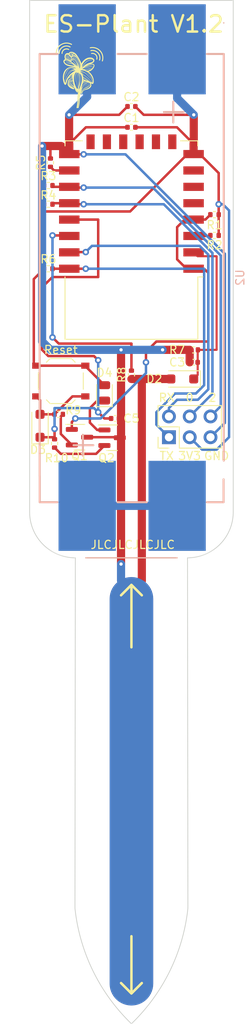
<source format=kicad_pcb>
(kicad_pcb (version 20221018) (generator pcbnew)
  (layers (0 "F.Cu" signal) (31 "B.Cu" signal) (34 "B.Paste" user) (35 "F.Paste" user) (36 "B.SilkS" user "B.Silkscreen") (37 "F.SilkS" user "F.Silkscreen") (38 "B.Mask" user) (39 "F.Mask" user) (44 "Edge.Cuts" user))
  (net 0 "")
  (net 1 "Net-(U1-EN)")
  (net 5 "+3.3V")
  (net 12 "GND")
  (net 13 "/SensorCapV")
  (net 14 "Net-(D3-A)")
  (net 15 "Net-(D4-K)")
  (net 16 "Net-(Q1-B)")
  (net 17 "Net-(Q2-B)")
  (net 18 "/GPIO0")
  (net 19 "/TX")
  (net 20 "/GPIO2")
  (net 21 "/RX")
  (net 22 "/AD0")
  (net 23 "/GPIO4")
  (net 24 "/RST")
  (net 25 "/GPIO15")
  (net 26 "/GPIO5")
  (net 27 "Net-(U2-+-Pad3)")
  (footprint "CustomFootprints:SW_Push_1P1T_XKB_TS-1187A" (layer "F.Cu") (at 141.35 84.662)
    (fp_text reference "SW1" hide)
    (fp_text value "Reset")
    (pad "1" smd rect (at -3 -1.875) (size 1 0.75) (layers "F.Cu" "F.Paste" "F.Mask") (net 5 "+3.3V"))
    (pad "1" smd rect (at 3 -1.875) (size 1 0.75) (layers "F.Cu" "F.Paste" "F.Mask") (net 5 "+3.3V"))
    (pad "2" smd rect (at -3 1.875) (size 1 0.75) (layers "F.Cu" "F.Paste" "F.Mask") (net 14 "Net-(D3-A)"))
    (pad "2" smd rect (at 3 1.875) (size 1 0.75) (layers "F.Cu" "F.Paste" "F.Mask") (net 14 "Net-(D3-A)"))
  )
  (footprint "Package_TO_SOT_SMD:SOT-23" (layer "F.Cu") (at 147.6215 91.586)
    (fp_text reference "Q2" (at -0.6835 2.474) (layer "F.SilkS"))
    (fp_text value "NPN")
    (pad "1" smd roundrect (at -0.9375 -0.95) (size 1.475 0.6) (layers "F.Cu" "F.Paste" "F.Mask") (net 15 "Net-(D4-K)"))
    (pad "2" smd roundrect (at -0.9375 0.95) (size 1.475 0.6) (layers "F.Cu" "F.Paste" "F.Mask") (net 17 "Net-(Q2-B)"))
    (pad "3" smd roundrect (at 0.9375 0) (size 1.475 0.6) (layers "F.Cu" "F.Paste" "F.Mask") (net 12 "GND"))
  )
  (footprint "Resistor_SMD:R_0402_1005Metric" (layer "F.Cu") (at 140.588 92.282 -90)
    (fp_text reference "R10" (at 1.778 -0.254 -180) (layer "F.SilkS"))
    (fp_text value "100k")
    (pad "1" smd roundrect (at -0.51 0 270) (size 0.54 0.64) (layers "F.Cu" "F.Paste" "F.Mask") (net 23 "/GPIO4"))
    (pad "2" smd roundrect (at 0.51 0 270) (size 0.54 0.64) (layers "F.Cu" "F.Paste" "F.Mask") (net 17 "Net-(Q2-B)"))
  )
  (footprint "LOGO" (layer "F.Cu") (at 143.636 47.324)
    (fp_text reference "G***" hide)
    (fp_text value "LOGO" hide)
  )
  (footprint "RF_Module:ESP-12E" (layer "F.Cu") (at 149.986 67.446 180)
    (fp_text reference "U1" hide)
    (fp_text value "ESP-12F")
    (pad "1" smd rect (at -7.6 -3.5 180) (size 2.5 1) (layers "F.Cu" "F.Paste" "F.Mask") (net 24 "/RST"))
    (pad "2" smd rect (at -7.6 -1.5 180) (size 2.5 1) (layers "F.Cu" "F.Paste" "F.Mask") (net 22 "/AD0"))
    (pad "3" smd rect (at -7.6 0.5 180) (size 2.5 1) (layers "F.Cu" "F.Paste" "F.Mask") (net 1 "Net-(U1-EN)"))
    (pad "4" smd rect (at -7.6 2.5 180) (size 2.5 1) (layers "F.Cu" "F.Paste" "F.Mask") (net 24 "/RST"))
    (pad "5" smd rect (at -7.6 4.5 180) (size 2.5 1) (layers "F.Cu" "F.Paste" "F.Mask"))
    (pad "6" smd rect (at -7.6 6.5 180) (size 2.5 1) (layers "F.Cu" "F.Paste" "F.Mask"))
    (pad "7" smd rect (at -7.6 8.5 180) (size 2.5 1) (layers "F.Cu" "F.Paste" "F.Mask"))
    (pad "8" smd rect (at -7.6 10.5 180) (size 2.5 1) (layers "F.Cu" "F.Paste" "F.Mask") (net 5 "+3.3V"))
    (pad "9" smd rect (at -5 12 180) (size 1 1.8) (layers "F.Cu" "F.Paste" "F.Mask"))
    (pad "10" smd rect (at -3 12 180) (size 1 1.8) (layers "F.Cu" "F.Paste" "F.Mask"))
    (pad "11" smd rect (at -1 12 180) (size 1 1.8) (layers "F.Cu" "F.Paste" "F.Mask"))
    (pad "12" smd rect (at 1 12 180) (size 1 1.8) (layers "F.Cu" "F.Paste" "F.Mask"))
    (pad "13" smd rect (at 3 12 180) (size 1 1.8) (layers "F.Cu" "F.Paste" "F.Mask"))
    (pad "14" smd rect (at 5 12 180) (size 1 1.8) (layers "F.Cu" "F.Paste" "F.Mask"))
    (pad "15" smd rect (at 7.6 10.5 180) (size 2.5 1) (layers "F.Cu" "F.Paste" "F.Mask") (net 12 "GND"))
    (pad "16" smd rect (at 7.6 8.5 180) (size 2.5 1) (layers "F.Cu" "F.Paste" "F.Mask") (net 25 "/GPIO15"))
    (pad "17" smd rect (at 7.6 6.5 180) (size 2.5 1) (layers "F.Cu" "F.Paste" "F.Mask") (net 20 "/GPIO2"))
    (pad "18" smd rect (at 7.6 4.5 180) (size 2.5 1) (layers "F.Cu" "F.Paste" "F.Mask") (net 18 "/GPIO0"))
    (pad "19" smd rect (at 7.6 2.5 180) (size 2.5 1) (layers "F.Cu" "F.Paste" "F.Mask") (net 23 "/GPIO4"))
    (pad "20" smd rect (at 7.6 0.5 180) (size 2.5 1) (layers "F.Cu" "F.Paste" "F.Mask") (net 26 "/GPIO5"))
    (pad "21" smd rect (at 7.6 -1.5 180) (size 2.5 1) (layers "F.Cu" "F.Paste" "F.Mask") (net 21 "/RX"))
    (pad "22" smd rect (at 7.6 -3.5 180) (size 2.5 1) (layers "F.Cu" "F.Paste" "F.Mask") (net 19 "/TX"))
    (zone (net 0) (net_name "") (layers "*.Cu") (connect_pads (clearance 0)) (min_thickness 0.254)
      (keepout (tracks not_allowed) (vias not_allowed) (pads not_allowed) (copperpour not_allowed) (footprints not_allowed))
      (fill (thermal_gap 0.508) (thermal_bridge_width 0.508))
      (polygon (pts (xy 158.106 72.246) (xy 141.866 72.246) (xy 141.866 79.566) (xy 158.106 79.566)))
    )
  )
  (footprint "Resistor_SMD:R_0402_1005Metric" (layer "F.Cu") (at 139.826 60.786)
    (fp_text reference "R3" (at 0 -1.17) (layer "F.SilkS"))
    (fp_text value "10k")
    (pad "1" smd roundrect (at -0.51 0) (size 0.54 0.64) (layers "F.Cu" "F.Paste" "F.Mask") (net 5 "+3.3V"))
    (pad "2" smd roundrect (at 0.51 0) (size 0.54 0.64) (layers "F.Cu" "F.Paste" "F.Mask") (net 20 "/GPIO2"))
  )
  (footprint "Resistor_SMD:R_0402_1005Metric" (layer "F.Cu") (at 141.094 88.726)
    (fp_text reference "R9" (at 1.78 -0.508) (layer "F.SilkS"))
    (fp_text value "5.1k")
    (pad "1" smd roundrect (at -0.51 0) (size 0.54 0.64) (layers "F.Cu" "F.Paste" "F.Mask") (net 14 "Net-(D3-A)"))
    (pad "2" smd roundrect (at 0.51 0) (size 0.54 0.64) (layers "F.Cu" "F.Paste" "F.Mask") (net 16 "Net-(Q1-B)"))
  )
  (footprint "Resistor_SMD:R_0402_1005Metric" (layer "F.Cu") (at 157.606 80.852)
    (fp_text reference "R7" (at -2.032 0) (layer "F.SilkS"))
    (fp_text value "1M")
    (pad "1" smd roundrect (at -0.51 0) (size 0.54 0.64) (layers "F.Cu" "F.Paste" "F.Mask") (net 12 "GND"))
    (pad "2" smd roundrect (at 0.51 0) (size 0.54 0.64) (layers "F.Cu" "F.Paste" "F.Mask") (net 22 "/AD0"))
  )
  (footprint "Capacitor_SMD:C_0402_1005Metric" (layer "F.Cu") (at 157.606 82.376)
    (fp_text reference "C3" (at -2.032 0) (layer "F.SilkS"))
    (fp_text value "1uF")
    (pad "1" smd roundrect (at -0.48 0) (size 0.56 0.62) (layers "F.Cu" "F.Paste" "F.Mask") (net 12 "GND"))
    (pad "2" smd roundrect (at 0.48 0) (size 0.56 0.62) (layers "F.Cu" "F.Paste" "F.Mask") (net 22 "/AD0"))
  )
  (footprint "Capacitor_SMD:C_0402_1005Metric" (layer "F.Cu") (at 149.986 51.134)
    (fp_text reference "C2" (at 0 -1.16) (layer "F.SilkS"))
    (fp_text value "10uF")
    (pad "1" smd roundrect (at -0.48 0) (size 0.56 0.62) (layers "F.Cu" "F.Paste" "F.Mask") (net 12 "GND"))
    (pad "2" smd roundrect (at 0.48 0) (size 0.56 0.62) (layers "F.Cu" "F.Paste" "F.Mask") (net 5 "+3.3V"))
  )
  (footprint "Resistor_SMD:R_0402_1005Metric" (layer "F.Cu") (at 140.08 57.994 90)
    (fp_text reference "R5" (at 0 -1.17 90) (layer "F.SilkS"))
    (fp_text value "10k")
    (pad "1" smd roundrect (at -0.51 0 90) (size 0.54 0.64) (layers "F.Cu" "F.Paste" "F.Mask") (net 25 "/GPIO15"))
    (pad "2" smd roundrect (at 0.51 0 90) (size 0.54 0.64) (layers "F.Cu" "F.Paste" "F.Mask") (net 12 "GND"))
  )
  (footprint "Resistor_SMD:R_0402_1005Metric" (layer "F.Cu") (at 149.986 83.902 90)
    (fp_text reference "R8" (at 0 -1.17 90) (layer "F.SilkS"))
    (fp_text value "10k")
    (pad "1" smd roundrect (at -0.51 0 90) (size 0.54 0.64) (layers "F.Cu" "F.Paste" "F.Mask") (net 13 "/SensorCapV"))
    (pad "2" smd roundrect (at 0.51 0 90) (size 0.54 0.64) (layers "F.Cu" "F.Paste" "F.Mask") (net 26 "/GPIO5"))
  )
  (footprint "Diode_SMD:D_SOD-123F" (layer "F.Cu") (at 156.206 84.408 180)
    (fp_text reference "D2" (at 3.426 0) (layer "F.SilkS"))
    (fp_text value "~")
    (pad "1" smd roundrect (at -1.4 0 180) (size 1.1 1.1) (layers "F.Cu" "F.Paste" "F.Mask") (roundrect_rratio 0.2272727273) (net 22 "/AD0"))
    (pad "2" smd roundrect (at 1.4 0 180) (size 1.1 1.1) (layers "F.Cu" "F.Paste" "F.Mask") (roundrect_rratio 0.2272727273) (net 13 "/SensorCapV"))
  )
  (footprint "Connector_PinHeader_2.54mm:PinHeader_2x03_P2.54mm_Vertical" (layer "F.Cu") (at 154.573 91.525 90)
    (fp_text reference "J2" hide)
    (fp_text value "Programmer")
    (pad "1" thru_hole rect (at 0 0 90) (size 1.7 1.7) (drill 1) (layers "*.Cu" "*.Mask") (net 19 "/TX"))
    (pad "2" thru_hole oval (at 2.54 0 90) (size 1.7 1.7) (drill 1) (layers "*.Cu" "*.Mask") (net 21 "/RX"))
    (pad "3" thru_hole oval (at 0 2.54 90) (size 1.7 1.7) (drill 1) (layers "*.Cu" "*.Mask") (net 5 "+3.3V"))
    (pad "4" thru_hole oval (at 2.54 2.54 90) (size 1.7 1.7) (drill 1) (layers "*.Cu" "*.Mask") (net 18 "/GPIO0"))
    (pad "5" thru_hole oval (at 0 5.08 90) (size 1.7 1.7) (drill 1) (layers "*.Cu" "*.Mask") (net 12 "GND"))
    (pad "6" thru_hole oval (at 2.54 5.08 90) (size 1.7 1.7) (drill 1) (layers "*.Cu" "*.Mask") (net 20 "/GPIO2"))
  )
  (footprint "Resistor_SMD:R_0402_1005Metric" (layer "F.Cu") (at 160.148 64.342 180)
    (fp_text reference "R1" (at 0.002 -1.27 180) (layer "F.SilkS"))
    (fp_text value "10k")
    (pad "1" smd roundrect (at -0.51 0 180) (size 0.54 0.64) (layers "F.Cu" "F.Paste" "F.Mask") (net 5 "+3.3V"))
    (pad "2" smd roundrect (at 0.51 0 180) (size 0.54 0.64) (layers "F.Cu" "F.Paste" "F.Mask") (net 24 "/RST"))
  )
  (footprint "LED_SMD:LED_0805_2012Metric" (layer "F.Cu") (at 146.684 86.1075 90)
    (fp_text reference "D4" (at 2.4615 0 180) (layer "F.SilkS"))
    (fp_text value "GREEN")
    (pad "1" smd roundrect (at -0.9375 0 90) (size 0.975 1.4) (layers "F.Cu" "F.Paste" "F.Mask") (net 15 "Net-(D4-K)"))
    (pad "2" smd roundrect (at 0.9375 0 90) (size 0.975 1.4) (layers "F.Cu" "F.Paste" "F.Mask") (net 5 "+3.3V"))
  )
  (footprint "Resistor_SMD:R_0402_1005Metric" (layer "F.Cu") (at 160.148 66.882 180)
    (fp_text reference "R2" (at 0 -1.17) (layer "F.SilkS"))
    (fp_text value "10k")
    (pad "1" smd roundrect (at -0.51 0 180) (size 0.54 0.64) (layers "F.Cu" "F.Paste" "F.Mask") (net 5 "+3.3V"))
    (pad "2" smd roundrect (at 0.51 0 180) (size 0.54 0.64) (layers "F.Cu" "F.Paste" "F.Mask") (net 1 "Net-(U1-EN)"))
  )
  (footprint "Capacitor_SMD:C_0402_1005Metric" (layer "F.Cu") (at 149.986 53.674)
    (fp_text reference "C1" (at 0 -1.16) (layer "F.SilkS"))
    (fp_text value "100nF")
    (pad "1" smd roundrect (at -0.48 0) (size 0.56 0.62) (layers "F.Cu" "F.Paste" "F.Mask") (net 12 "GND"))
    (pad "2" smd roundrect (at 0.48 0) (size 0.56 0.62) (layers "F.Cu" "F.Paste" "F.Mask") (net 5 "+3.3V"))
  )
  (footprint "Resistor_SMD:R_0402_1005Metric" (layer "F.Cu") (at 139.824 70.946)
    (fp_text reference "R6" (at 0 -1.17) (layer "F.SilkS"))
    (fp_text value "10k")
    (pad "1" smd roundrect (at -0.51 0) (size 0.54 0.64) (layers "F.Cu" "F.Paste" "F.Mask") (net 5 "+3.3V"))
    (pad "2" smd roundrect (at 0.51 0) (size 0.54 0.64) (layers "F.Cu" "F.Paste" "F.Mask") (net 19 "/TX"))
  )
  (footprint "Capacitor_SMD:C_0402_1005Metric" (layer "F.Cu") (at 147.982 89.234)
    (fp_text reference "C5" (at 2.004 0) (layer "F.SilkS"))
    (fp_text value "10uF")
    (pad "1" smd roundrect (at -0.48 0) (size 0.56 0.62) (layers "F.Cu" "F.Paste" "F.Mask") (net 23 "/GPIO4"))
    (pad "2" smd roundrect (at 0.48 0) (size 0.56 0.62) (layers "F.Cu" "F.Paste" "F.Mask") (net 12 "GND"))
  )
  (footprint "Resistor_SMD:R_0402_1005Metric" (layer "F.Cu") (at 139.824 63.072)
    (fp_text reference "R4" (at -0.004 -1.098) (layer "F.SilkS"))
    (fp_text value "10k")
    (pad "1" smd roundrect (at -0.51 0) (size 0.54 0.64) (layers "F.Cu" "F.Paste" "F.Mask") (net 5 "+3.3V"))
    (pad "2" smd roundrect (at 0.51 0) (size 0.54 0.64) (layers "F.Cu" "F.Paste" "F.Mask") (net 18 "/GPIO0"))
  )
  (footprint "Diode_SMD:D_SOD-123F" (layer "F.Cu") (at 138.81 90.126 90)
    (fp_text reference "D3" (at -2.918 -0.254 180) (layer "F.SilkS"))
    (fp_text value "~")
    (pad "1" smd roundrect (at -1.4 0 90) (size 1.1 1.1) (layers "F.Cu" "F.Paste" "F.Mask") (roundrect_rratio 0.2272727273) (net 23 "/GPIO4"))
    (pad "2" smd roundrect (at 1.4 0 90) (size 1.1 1.1) (layers "F.Cu" "F.Paste" "F.Mask") (roundrect_rratio 0.2272727273) (net 14 "Net-(D3-A)"))
  )
  (footprint "Package_TO_SOT_SMD:SOT-23" (layer "F.Cu") (at 143.636 91.52)
    (fp_text reference "Q1" (at 0 2.286) (layer "F.SilkS"))
    (fp_text value "NPN")
    (pad "1" smd roundrect (at -0.9375 -0.95) (size 1.475 0.6) (layers "F.Cu" "F.Paste" "F.Mask") (net 24 "/RST"))
    (pad "2" smd roundrect (at -0.9375 0.95) (size 1.475 0.6) (layers "F.Cu" "F.Paste" "F.Mask") (net 16 "Net-(Q1-B)"))
    (pad "3" smd roundrect (at 0.9375 0) (size 1.475 0.6) (layers "F.Cu" "F.Paste" "F.Mask") (net 12 "GND"))
  )
  (footprint "CustomFootprints:BAT-SMD_BH-AAA-B5AA001" (layer "B.Cu") (at 150.074 72.026968 90)
    (fp_text reference "U2" (at 0 13.2 90) (layer "B.SilkS") (effects (justify mirror)))
    (fp_text value "BH-AAA-B5AK001")
    (pad "" np_thru_hole circle (at -23.450089 10.450013 90) (size 1.900025 1.900025) (drill 1.900025) (layers "*.Cu" "*.Mask"))
    (pad "1" smd rect (at 27.875032 5.5 90) (size 11.000025 7.000025) (layers "B.Cu" "B.Paste" "B.Mask") (net 5 "+3.3V"))
    (pad "2" smd rect (at -27.875032 5.5 90) (size 11.000025 7.000025) (layers "B.Cu" "B.Paste" "B.Mask") (net 27 "Net-(U2-+-Pad3)"))
    (pad "3" smd rect (at -27.875032 -5.5 90) (size 11.000025 7.000025) (layers "B.Cu" "B.Paste" "B.Mask") (net 27 "Net-(U2-+-Pad3)"))
    (pad "4" smd rect (at 27.875032 -5.5 90) (size 11.000025 7.000025) (layers "B.Cu" "B.Paste" "B.Mask") (net 12 "GND"))
  )
  (gr_line (start 144.398 106.252) (end 155.574 106.252) (stroke (width 0.15)) (layer "B.SilkS"))
  (gr_line (start 144.398 106.252) (end 155.574 106.252) (stroke (width 0.15)) (layer "F.SilkS"))
  (gr_line (start 149.986 152.464) (end 149.986 159.449) (stroke (width 0.3048)) (layer "F.SilkS"))
  (gr_line (start 149.986 117.174) (end 149.986 109.554) (stroke (width 0.3048)) (layer "F.SilkS"))
  (gr_line (start 149.986 109.554) (end 148.716 110.824) (stroke (width 0.3048)) (layer "F.SilkS"))
  (gr_line (start 149.986 159.449) (end 148.716 158.179) (stroke (width 0.3048)) (layer "F.SilkS"))
  (gr_line (start 149.986 109.554) (end 151.256 110.824) (stroke (width 0.3048)) (layer "F.SilkS"))
  (gr_line (start 149.986 159.449) (end 151.256 158.179) (stroke (width 0.3048)) (layer "F.SilkS"))
  (gr_arc (start 143.128 106.252) (mid 139.176687 104.615313) (end 137.54 100.664) (stroke (width 0.1)) (layer "Edge.Cuts"))
  (gr_line (start 137.54 38.18) (end 137.54 100.664) (stroke (width 0.1)) (layer "Edge.Cuts"))
  (gr_arc (start 156.89058 149.048819) (mid 154.68133 156.707145) (end 149.986 163.148) (stroke (width 0.1)) (layer "Edge.Cuts"))
  (gr_arc (start 149.986 163.148) (mid 145.290679 156.707142) (end 143.08142 149.048819) (stroke (width 0.1)) (layer "Edge.Cuts"))
  (gr_line (start 162.432 38.18) (end 137.54 38.18) (stroke (width 0.1)) (layer "Edge.Cuts"))
  (gr_arc (start 162.432 100.664) (mid 160.795313 104.615313) (end 156.844 106.252) (stroke (width 0.1)) (layer "Edge.Cuts"))
  (gr_line (start 156.89058 149.048819) (end 156.844 106.252) (stroke (width 0.1)) (layer "Edge.Cuts"))
  (gr_line (start 162.432 38.18) (end 162.432 100.664) (stroke (width 0.1)) (layer "Edge.Cuts"))
  (gr_line (start 143.08142 149.048819) (end 143.128 106.252) (stroke (width 0.1)) (layer "Edge.Cuts"))
  (gr_text "RX" (at 154.304 86.694) (layer "F.SilkS") (effects (font (size 1 1))))
  (gr_text "0" (at 157.098 86.694) (layer "F.SilkS") (effects (font (size 1 1))))
  (gr_text "TX" (at 154.304 93.806) (layer "F.SilkS") (effects (font (size 1 1))))
  (gr_text "ES-Plant V1.2" (at 139.064 42.244) (layer "F.SilkS") (effects (font (size 2 2) (thickness 0.3)) (justify left bottom)))
  (gr_text "JLCJLCJLCJLC" (at 144.906 105.236) (layer "F.SilkS") (effects (font (size 1 1)) (justify left bottom)))
  (gr_text "3V3" (at 157.098 93.806) (layer "F.SilkS") (effects (font (size 1 1))))
  (gr_text "2" (at 159.892 86.694) (layer "F.SilkS") (effects (font (size 1 1))))
  (gr_text "GND" (at 160.4 93.806) (layer "F.SilkS") (effects (font (size 1 1))))
  (gr_text "Reset" (at 141.35 80.852) (layer "F.SilkS") (effects (font (size 1 1))))
  (segment (start 159.574 66.946) (end 159.638 66.882) (width 0.3) (layer "F.Cu") (net 1))
  (segment (start 157.586 66.946) (end 159.574 66.946) (width 0.3) (layer "F.Cu") (net 1))
  (segment (start 157.606 52.15) (end 157.606 55.686) (width 1) (layer "F.Cu") (net 5))
  (segment (start 139.314 63.834) (end 139.434 63.954) (width 0.3) (layer "F.Cu") (net 5))
  (segment (start 160.654 64.846) (end 160.658 64.85) (width 0.3) (layer "F.Cu") (net 5))
  (segment (start 139.314 63.072) (end 139.314 63.834) (width 0.3) (layer "F.Cu") (net 5))
  (segment (start 158.338 56.946) (end 157.586 56.946) (width 0.3) (layer "F.Cu") (net 5))
  (segment (start 155.554 53.674) (end 157.586 55.706) (width 0.3) (layer "F.Cu") (net 5))
  (segment (start 149.828 63.954) (end 156.836 56.946) (width 0.3) (layer "F.Cu") (net 5))
  (segment (start 160.654 63.072) (end 160.654 59.262) (width 0.3) (layer "F.Cu") (net 5))
  (segment (start 150.466 53.674) (end 155.554 53.674) (width 0.3) (layer "F.Cu") (net 5))
  (segment (start 139.434 63.954) (end 149.828 63.954) (width 0.3) (layer "F.Cu") (net 5))
  (segment (start 144.35 82.787) (end 138.35 82.787) (width 0.3) (layer "F.Cu") (net 5))
  (segment (start 144.35 82.836) (end 144.35 82.787) (width 0.3) (layer "F.Cu") (net 5))
  (segment (start 138.048 72.212) (end 139.314 70.946) (width 0.3) (layer "F.Cu") (net 5))
  (segment (start 138.35 82.787) (end 138.048 82.485) (width 0.3) (layer "F.Cu") (net 5))
  (segment (start 139.314 63.834) (end 139.314 70.946) (width 0.3) (layer "F.Cu") (net 5))
  (segment (start 139.314 61.04) (end 139.314 63.072) (width 0.3) (layer "F.Cu") (net 5))
  (segment (start 151.482 52.15) (end 157.606 52.15) (width 0.3) (layer "F.Cu") (net 5))
  (segment (start 160.658 64.85) (end 160.658 66.882) (width 0.3) (layer "F.Cu") (net 5))
  (segment (start 160.654 63.072) (end 160.654 64.846) (width 0.3) (layer "F.Cu") (net 5))
  (segment (start 138.048 82.485) (end 138.048 72.212) (width 0.3) (layer "F.Cu") (net 5))
  (segment (start 160.654 59.262) (end 158.338 56.946) (width 0.3) (layer "F.Cu") (net 5))
  (segment (start 146.684 85.17) (end 144.35 82.836) (width 0.3) (layer "F.Cu") (net 5))
  (segment (start 157.606 55.686) (end 157.586 55.706) (width 1) (layer "F.Cu") (net 5))
  (segment (start 156.836 56.946) (end 157.586 56.946) (width 0.3) (layer "F.Cu") (net 5))
  (segment (start 157.586 55.706) (end 157.586 56.946) (width 1) (layer "F.Cu") (net 5))
  (segment (start 150.466 51.134) (end 151.482 52.15) (width 0.3) (layer "F.Cu") (net 5))
  (via (at 157.606 52.15) (size 0.8) (drill 0.4) (layers "F.Cu" "B.Cu") (net 5))
  (via (at 160.654 63.072) (size 0.8) (drill 0.4) (layers "F.Cu" "B.Cu") (net 5))
  (segment (start 155.574 50.118) (end 157.606 52.15) (width 1) (layer "B.Cu") (net 5))
  (segment (start 155.574 44.151936) (end 155.574 50.118) (width 1) (layer "B.Cu") (net 5))
  (segment (start 158.632 93.044) (end 157.113 91.525) (width 0.3) (layer "B.Cu") (net 5))
  (segment (start 160.654 63.072) (end 161.162 63.072) (width 0.3) (layer "B.Cu") (net 5))
  (segment (start 160.4 93.044) (end 158.632 93.044) (width 0.3) (layer "B.Cu") (net 5))
  (segment (start 161.924 63.834) (end 161.924 91.52) (width 0.3) (layer "B.Cu") (net 5))
  (segment (start 161.162 63.072) (end 161.924 63.834) (width 0.3) (layer "B.Cu") (net 5))
  (segment (start 161.924 91.52) (end 160.4 93.044) (width 0.3) (layer "B.Cu") (net 5))
  (segment (start 140.08 57.484) (end 140.08 56.214) (width 0.3) (layer "F.Cu") (net 12))
  (segment (start 153.796 80.852) (end 157.096 80.852) (width 1) (layer "F.Cu") (net 12))
  (segment (start 141.4 55.96) (end 142.386 56.946) (width 1) (layer "F.Cu") (net 12))
  (segment (start 148.49 52.15) (end 142.366 52.15) (width 0.3) (layer "F.Cu") (net 12))
  (segment (start 139.826 55.96) (end 141.4 55.96) (width 1) (layer "F.Cu") (net 12))
  (segment (start 144.418 53.674) (end 142.386 55.706) (width 0.3) (layer "F.Cu") (net 12))
  (segment (start 144.144 56.976) (end 142.416 56.976) (width 0.3) (layer "F.Cu") (net 12))
  (segment (start 140.08 56.214) (end 139.826 55.96) (width 0.3) (layer "F.Cu") (net 12))
  (segment (start 142.416 56.976) (end 142.386 56.946) (width 0.3) (layer "F.Cu") (net 12))
  (segment (start 149.506 51.134) (end 148.49 52.15) (width 0.3) (layer "F.Cu") (net 12))
  (segment (start 144.5735 91.52) (end 148.493 91.52) (width 0.3) (layer "F.Cu") (net 12))
  (segment (start 157.096 80.852) (end 157.106 80.862) (width 1) (layer "F.Cu") (net 12))
  (segment (start 149.506 53.674) (end 144.418 53.674) (width 0.3) (layer "F.Cu") (net 12))
  (segment (start 157.106 80.862) (end 157.106 82.376) (width 1) (layer "F.Cu") (net 12))
  (segment (start 142.366 52.15) (end 142.366 55.686) (width 1) (layer "F.Cu") (net 12))
  (segment (start 148.716 107.014) (end 148.716 80.94) (width 1) (layer "F.Cu") (net 12))
  (segment (start 139.064 55.96) (end 139.826 55.96) (width 1) (layer "F.Cu") (net 12))
  (segment (start 148.493 91.52) (end 148.559 91.586) (width 0.3) (layer "F.Cu") (net 12))
  (segment (start 142.366 55.686) (end 142.386 55.706) (width 1) (layer "F.Cu") (net 12))
  (segment (start 142.386 55.706) (end 142.386 56.946) (width 1) (layer "F.Cu") (net 12))
  (via (at 142.366 52.15) (size 0.8) (drill 0.4) (layers "F.Cu" "B.Cu") (net 12))
  (via (at 148.716 80.852) (size 0.8) (drill 0.4) (layers "F.Cu" "B.Cu") (net 12))
  (via (at 148.716 107.014) (size 0.8) (drill 0.4) (layers "F.Cu" "B.Cu") (net 12))
  (via (at 153.796 80.852) (size 0.8) (drill 0.4) (layers "F.Cu" "B.Cu") (net 12))
  (via (at 144.144 56.976) (size 0.8) (drill 0.4) (layers "F.Cu" "B.Cu") (net 12))
  (via (at 139.064 55.96) (size 0.8) (drill 0.4) (layers "F.Cu" "B.Cu") (net 12))
  (segment (start 161.416 89.762) (end 161.416 69.133575) (width 0.3) (layer "B.Cu") (net 12))
  (segment (start 144.574 49.942) (end 142.366 52.15) (width 1) (layer "B.Cu") (net 12))
  (segment (start 149.986 110.316) (end 148.716 109.046) (width 1) (layer "B.Cu") (net 12))
  (segment (start 148.716 80.852) (end 153.796 80.852) (width 1) (layer "B.Cu") (net 12))
  (segment (start 139.064 79.836) (end 140.08 80.852) (width 1) (layer "B.Cu") (net 12))
  (segment (start 159.653 91.525) (end 161.416 89.762) (width 0.3) (layer "B.Cu") (net 12))
  (segment (start 144.574 44.151936) (end 144.574 49.942) (width 1) (layer "B.Cu") (net 12))
  (segment (start 149.258425 56.976) (end 144.144 56.976) (width 0.3) (layer "B.Cu") (net 12))
  (segment (start 139.064 55.96) (end 139.064 79.836) (width 1) (layer "B.Cu") (net 12))
  (segment (start 148.716 107.014) (end 148.716 109.046) (width 1) (layer "B.Cu") (net 12))
  (segment (start 161.416 69.133575) (end 149.258425 56.976) (width 0.3) (layer "B.Cu") (net 12))
  (segment (start 140.08 80.852) (end 148.716 80.852) (width 1) (layer "B.Cu") (net 12))
  (segment (start 149.986 110.316) (end 151.256 109.046) (width 1) (layer "F.Cu") (net 13))
  (segment (start 151.256 109.046) (end 151.256 84.412) (width 1) (layer "F.Cu") (net 13))
  (segment (start 154.802 84.412) (end 154.806 84.408) (width 1) (layer "F.Cu") (net 13))
  (segment (start 149.986 84.412) (end 154.802 84.412) (width 1) (layer "F.Cu") (net 13))
  (segment (start 138.81 86.997) (end 138.35 86.537) (width 0.3) (layer "F.Cu") (net 14))
  (segment (start 144.35 86.537) (end 142.773 86.537) (width 0.3) (layer "F.Cu") (net 14))
  (segment (start 138.81 88.726) (end 138.81 86.997) (width 0.3) (layer "F.Cu") (net 14))
  (segment (start 140.584 88.726) (end 138.81 88.726) (width 0.3) (layer "F.Cu") (net 14))
  (segment (start 142.773 86.537) (end 140.584 88.726) (width 0.3) (layer "F.Cu") (net 14))
  (segment (start 144.906 89.742) (end 144.906 87.964) (width 0.3) (layer "F.Cu") (net 15))
  (segment (start 144.906 87.964) (end 145.825 87.045) (width 0.3) (layer "F.Cu") (net 15))
  (segment (start 145.8 90.636) (end 144.906 89.742) (width 0.3) (layer "F.Cu") (net 15))
  (segment (start 146.684 90.636) (end 145.8 90.636) (width 0.3) (layer "F.Cu") (net 15))
  (segment (start 145.825 87.045) (end 146.684 87.045) (width 0.3) (layer "F.Cu") (net 15))
  (segment (start 142.6985 92.47) (end 141.35 91.1215) (width 0.3) (layer "F.Cu") (net 16))
  (segment (start 141.35 88.98) (end 141.604 88.726) (width 0.3) (layer "F.Cu") (net 16))
  (segment (start 141.35 91.1215) (end 141.35 88.98) (width 0.3) (layer "F.Cu") (net 16))
  (segment (start 145.668 93.552) (end 146.684 92.536) (width 0.3) (layer "F.Cu") (net 17))
  (segment (start 140.588 92.792) (end 141.348 93.552) (width 0.3) (layer "F.Cu") (net 17))
  (segment (start 141.348 93.552) (end 145.668 93.552) (width 0.3) (layer "F.Cu") (net 17))
  (segment (start 142.386 62.946) (end 140.46 62.946) (width 0.3) (layer "F.Cu") (net 18))
  (segment (start 140.46 62.946) (end 140.334 63.072) (width 0.3) (layer "F.Cu") (net 18))
  (segment (start 142.512 63.072) (end 142.386 62.946) (width 0.3) (layer "F.Cu") (net 18))
  (segment (start 144.144 63.072) (end 142.512 63.072) (width 0.3) (layer "F.Cu") (net 18))
  (via (at 144.144 63.072) (size 0.8) (drill 0.4) (layers "F.Cu" "B.Cu") (net 18))
  (segment (start 157.113 88.985) (end 159.892 86.206) (width 0.3) (layer "B.Cu") (net 18))
  (segment (start 159.892 69.023787) (end 153.940213 63.072) (width 0.3) (layer "B.Cu") (net 18))
  (segment (start 153.940213 63.072) (end 144.144 63.072) (width 0.3) (layer "B.Cu") (net 18))
  (segment (start 159.892 86.206) (end 159.892 69.023787) (width 0.3) (layer "B.Cu") (net 18))
  (segment (start 144.398 70.946) (end 142.386 70.946) (width 0.3) (layer "F.Cu") (net 19))
  (segment (start 142.386 70.946) (end 140.334 70.946) (width 0.3) (layer "F.Cu") (net 19))
  (via (at 144.398 70.946) (size 0.8) (drill 0.4) (layers "F.Cu" "B.Cu") (net 19))
  (segment (start 155.32 86.186) (end 157.86 86.186) (width 0.3) (layer "B.Cu") (net 19))
  (segment (start 153.034 88.472) (end 155.32 86.186) (width 0.3) (layer "B.Cu") (net 19))
  (segment (start 157.86 86.186) (end 158.876 85.17) (width 0.3) (layer "B.Cu") (net 19))
  (segment (start 153.034 89.986) (end 153.034 88.472) (width 0.3) (layer "B.Cu") (net 19))
  (segment (start 158.876 85.17) (end 158.876 70.946) (width 0.3) (layer "B.Cu") (net 19))
  (segment (start 154.573 91.525) (end 153.034 89.986) (width 0.3) (layer "B.Cu") (net 19))
  (segment (start 158.876 70.946) (end 144.398 70.946) (width 0.3) (layer "B.Cu") (net 19))
  (segment (start 142.48 61.04) (end 142.386 60.946) (width 0.3) (layer "F.Cu") (net 20))
  (segment (start 144.144 61.04) (end 142.48 61.04) (width 0.3) (layer "F.Cu") (net 20))
  (segment (start 140.496 60.946) (end 140.336 60.786) (width 0.3) (layer "F.Cu") (net 20))
  (segment (start 142.386 60.946) (end 140.496 60.946) (width 0.3) (layer "F.Cu") (net 20))
  (via (at 144.144 61.04) (size 0.8) (drill 0.4) (layers "F.Cu" "B.Cu") (net 20))
  (segment (start 159.653 88.985) (end 160.908 87.73) (width 0.3) (layer "B.Cu") (net 20))
  (segment (start 160.908 69.332681) (end 152.615319 61.04) (width 0.3) (layer "B.Cu") (net 20))
  (segment (start 152.615319 61.04) (end 144.144 61.04) (width 0.3) (layer "B.Cu") (net 20))
  (segment (start 160.908 87.73) (end 160.908 69.332681) (width 0.3) (layer "B.Cu") (net 20))
  (segment (start 144.398 68.914) (end 142.418 68.914) (width 0.3) (layer "F.Cu") (net 21))
  (segment (start 142.418 68.914) (end 142.386 68.946) (width 0.3) (layer "F.Cu") (net 21))
  (via (at 144.398 68.914) (size 0.8) (drill 0.4) (layers "F.Cu" "B.Cu") (net 21))
  (segment (start 155.574 86.948) (end 158.114 86.948) (width 0.3) (layer "B.Cu") (net 21))
  (segment (start 159.384 69.222893) (end 158.313107 68.152) (width 0.3) (layer "B.Cu") (net 21))
  (segment (start 158.114 86.948) (end 159.384 85.678) (width 0.3) (layer "B.Cu") (net 21))
  (segment (start 154.573 88.985) (end 154.573 87.949) (width 0.3) (layer "B.Cu") (net 21))
  (segment (start 159.384 85.678) (end 159.384 69.222893) (width 0.3) (layer "B.Cu") (net 21))
  (segment (start 145.16 68.152) (end 144.398 68.914) (width 0.3) (layer "B.Cu") (net 21))
  (segment (start 158.313107 68.152) (end 145.16 68.152) (width 0.3) (layer "B.Cu") (net 21))
  (segment (start 154.573 87.949) (end 155.574 86.948) (width 0.3) (layer "B.Cu") (net 21))
  (segment (start 158.086 83.928) (end 158.086 82.376) (width 0.25) (layer "F.Cu") (net 22))
  (segment (start 158.116 80.852) (end 160.4 80.852) (width 0.25) (layer "F.Cu") (net 22))
  (segment (start 158.062 69.422) (end 157.586 68.946) (width 0.25) (layer "F.Cu") (net 22))
  (segment (start 160.4 80.852) (end 160.4 69.422) (width 0.25) (layer "F.Cu") (net 22))
  (segment (start 158.086 82.376) (end 158.086 80.882) (width 0.25) (layer "F.Cu") (net 22))
  (segment (start 160.4 69.422) (end 158.062 69.422) (width 0.25) (layer "F.Cu") (net 22))
  (segment (start 158.086 80.882) (end 158.116 80.852) (width 0.25) (layer "F.Cu") (net 22))
  (segment (start 157.606 84.408) (end 158.086 83.928) (width 0.25) (layer "F.Cu") (net 22))
  (segment (start 140.323894 71.962) (end 145.922 71.962) (width 0.3) (layer "F.Cu") (net 23))
  (segment (start 138.81 91.526) (end 140.342 91.526) (width 0.3) (layer "F.Cu") (net 23))
  (segment (start 145.922 88.472) (end 146.684 89.234) (width 0.3) (layer "F.Cu") (net 23))
  (segment (start 140.588 90.504) (end 140.588 91.772) (width 0.3) (layer "F.Cu") (net 23))
  (segment (start 145.922 64.946) (end 142.386 64.946) (width 0.3) (layer "F.Cu") (net 23))
  (segment (start 140.342 91.526) (end 140.588 91.772) (width 0.3) (layer "F.Cu") (net 23))
  (segment (start 145.922 71.962) (end 145.922 64.946) (width 0.3) (layer "F.Cu") (net 23))
  (segment (start 145.922 82.122) (end 145.414 81.614) (width 0.3) (layer "F.Cu") (net 23))
  (segment (start 139.826 81.614) (end 139.064 80.852) (width 0.3) (layer "F.Cu") (net 23))
  (segment (start 139.064 73.221894) (end 140.323894 71.962) (width 0.3) (layer "F.Cu") (net 23))
  (segment (start 145.414 81.614) (end 139.826 81.614) (width 0.3) (layer "F.Cu") (net 23))
  (segment (start 146.684 89.234) (end 147.502 89.234) (width 0.3) (layer "F.Cu") (net 23))
  (segment (start 139.064 80.852) (end 139.064 73.221894) (width 0.3) (layer "F.Cu") (net 23))
  (via (at 140.588 90.504) (size 0.8) (drill 0.4) (layers "F.Cu" "B.Cu") (net 23))
  (via (at 145.922 82.122) (size 0.8) (drill 0.4) (layers "F.Cu" "B.Cu") (net 23))
  (via (at 145.922 88.472) (size 0.8) (drill 0.4) (layers "F.Cu" "B.Cu") (net 23))
  (segment (start 145.414 87.964) (end 140.588 87.964) (width 0.3) (layer "B.Cu") (net 23))
  (segment (start 140.588 87.964) (end 140.588 90.504) (width 0.3) (layer "B.Cu") (net 23))
  (segment (start 145.922 88.472) (end 145.414 87.964) (width 0.3) (layer "B.Cu") (net 23))
  (segment (start 145.922 82.122) (end 145.922 88.472) (width 0.3) (layer "B.Cu") (net 23))
  (segment (start 156.494 64.946) (end 157.586 64.946) (width 0.3) (layer "F.Cu") (net 24))
  (segment (start 142.6985 89.6635) (end 143.128 89.234) (width 0.3) (layer "F.Cu") (net 24))
  (segment (start 155.574 65.866) (end 156.494 64.946) (width 0.3) (layer "F.Cu") (net 24))
  (segment (start 159.384 79.836) (end 159.384 71.454) (width 0.3) (layer "F.Cu") (net 24))
  (segment (start 157.586 70.946) (end 156.717 70.946) (width 0.3) (layer "F.Cu") (net 24))
  (segment (start 153.034 79.836) (end 159.384 79.836) (width 0.3) (layer "F.Cu") (net 24))
  (segment (start 156.717 70.946) (end 155.574 69.803) (width 0.3) (layer "F.Cu") (net 24))
  (segment (start 159.034 64.946) (end 159.638 64.342) (width 0.3) (layer "F.Cu") (net 24))
  (segment (start 151.764 81.106) (end 153.034 79.836) (width 0.3) (layer "F.Cu") (net 24))
  (segment (start 158.876 70.946) (end 157.586 70.946) (width 0.3) (layer "F.Cu") (net 24))
  (segment (start 157.586 64.946) (end 159.034 64.946) (width 0.3) (layer "F.Cu") (net 24))
  (segment (start 142.6985 90.57) (end 142.6985 89.6635) (width 0.3) (layer "F.Cu") (net 24))
  (segment (start 151.764 82.376) (end 151.764 81.106) (width 0.3) (layer "F.Cu") (net 24))
  (segment (start 159.384 71.454) (end 158.876 70.946) (width 0.3) (layer "F.Cu") (net 24))
  (segment (start 155.574 69.803) (end 155.574 65.866) (width 0.3) (layer "F.Cu") (net 24))
  (via (at 151.764 82.376) (size 0.8) (drill 0.4) (layers "F.Cu" "B.Cu") (net 24))
  (via (at 143.128 89.234) (size 0.8) (drill 0.4) (layers "F.Cu" "B.Cu") (net 24))
  (segment (start 146.220661 89.234) (end 151.764 83.690661) (width 0.3) (layer "B.Cu") (net 24))
  (segment (start 143.128 89.234) (end 146.220661 89.234) (width 0.3) (layer "B.Cu") (net 24))
  (segment (start 151.764 83.690661) (end 151.764 82.376) (width 0.3) (layer "B.Cu") (net 24))
  (segment (start 142.386 58.946) (end 140.522 58.946) (width 0.3) (layer "F.Cu") (net 25))
  (segment (start 140.522 58.946) (end 140.08 58.504) (width 0.3) (layer "F.Cu") (net 25))
  (segment (start 142.322 66.882) (end 142.386 66.946) (width 0.3) (layer "F.Cu") (net 26))
  (segment (start 141.096 80.09) (end 149.986 80.09) (width 0.3) (layer "F.Cu") (net 26))
  (segment (start 140.334 79.328) (end 141.096 80.09) (width 0.3) (layer "F.Cu") (net 26))
  (segment (start 149.986 80.09) (end 149.986 83.392) (width 0.3) (layer "F.Cu") (net 26))
  (segment (start 140.334 66.882) (end 142.322 66.882) (width 0.3) (layer "F.Cu") (net 26))
  (via (at 140.334 66.882) (size 0.8) (drill 0.4) (layers "F.Cu" "B.Cu") (net 26))
  (via (at 140.334 79.328) (size 0.8) (drill 0.4) (layers "F.Cu" "B.Cu") (net 26))
  (segment (start 140.334 79.328) (end 140.334 66.882) (width 0.3) (layer "B.Cu") (net 26))
  (segment (start 144.574 99.902) (end 155.574 99.902) (width 1) (layer "B.Cu") (net 27))
  (zone (net 13) (net_name "/SensorCapV") (layer "F.Cu") (priority 6) (connect_pads yes (clearance 0)) (min_thickness 0.127) (fill yes (thermal_gap 0.5) (thermal_bridge_width 0.5) (island_removal_mode 1) (island_area_min 10))
    (polygon (pts (xy 152.652768 158.263284) (xy 152.634249 158.569447) (xy 152.632401 158.584672) (xy 152.577112 158.886371) (xy 152.573442 158.901261) (xy 152.482191 159.194095) (xy 152.476752 159.208434) (xy 152.350869 159.488135) (xy 152.343742 159.501715) (xy 152.185063 159.764202) (xy 152.176351 159.776823) (xy 151.987189 160.018271) (xy 151.97702 160.029751) (xy 151.760135 160.246636) (xy 151.748655 160.256805) (xy 151.507207 160.445967) (xy 151.494586 160.454679) (xy 151.232099 160.613358) (xy 151.218519 160.620485) (xy 150.938818 160.746368) (xy 150.924479 160.751807) (xy 150.631645 160.843058) (xy 150.616755 160.846728) (xy 150.315056 160.902017) (xy 150.299831 160.903865) (xy 149.993668 160.922384) (xy 149.978332 160.922384) (xy 149.672169 160.903865) (xy 149.656944 160.902017) (xy 149.355245 160.846728) (xy 149.340355 160.843058) (xy 149.047521 160.751807) (xy 149.033182 160.746368) (xy 148.753481 160.620485) (xy 148.739901 160.613358) (xy 148.477414 160.454679) (xy 148.464793 160.445967) (xy 148.223345 160.256805) (xy 148.211865 160.246636) (xy 147.99498 160.029751) (xy 147.984811 160.018271) (xy 147.795649 159.776823) (xy 147.786937 159.764202) (xy 147.628258 159.501715) (xy 147.621131 159.488135) (xy 147.495248 159.208434) (xy 147.489809 159.194095) (xy 147.398558 158.901261) (xy 147.394888 158.886371) (xy 147.339599 158.584672) (xy 147.337751 158.569447) (xy 147.319232 158.263284) (xy 147.319 158.255616) (xy 147.319 111.265616) (xy 147.319232 111.257948) (xy 147.337751 110.951785) (xy 147.339599 110.93656) (xy 147.394888 110.634861) (xy 147.398558 110.619971) (xy 147.489809 110.327137) (xy 147.495248 110.312798) (xy 147.621131 110.033097) (xy 147.628258 110.019517) (xy 147.786937 109.75703) (xy 147.795649 109.744409) (xy 147.984811 109.502961) (xy 147.99498 109.491481) (xy 148.211865 109.274596) (xy 148.223345 109.264427) (xy 148.464793 109.075265) (xy 148.477414 109.066553) (xy 148.739901 108.907874) (xy 148.753481 108.900747) (xy 149.033182 108.774864) (xy 149.047521 108.769425) (xy 149.340355 108.678174) (xy 149.355245 108.674504) (xy 149.656944 108.619215) (xy 149.672169 108.617367) (xy 149.978332 108.598848) (xy 149.993668 108.598848) (xy 150.299831 108.617367) (xy 150.315056 108.619215) (xy 150.616755 108.674504) (xy 150.631645 108.678174) (xy 150.924479 108.769425) (xy 150.938818 108.774864) (xy 151.218519 108.900747) (xy 151.232099 108.907874) (xy 151.494586 109.066553) (xy 151.507207 109.075265) (xy 151.748655 109.264427) (xy 151.760135 109.274596) (xy 151.97702 109.491481) (xy 151.987189 109.502961) (xy 152.176351 109.744409) (xy 152.185063 109.75703) (xy 152.343742 110.019517) (xy 152.350869 110.033097) (xy 152.476752 110.312798) (xy 152.482191 110.327137) (xy 152.573442 110.619971) (xy 152.577112 110.634861) (xy 152.632401 110.93656) (xy 152.634249 110.951785) (xy 152.652768 111.257948) (xy 152.653 111.265616) (xy 152.653 158.255616)))
  )
  (zone (net 12) (net_name "GND") (layer "B.Cu") (priority 6) (connect_pads yes (clearance 0)) (min_thickness 0.127) (fill yes (thermal_gap 0.5) (thermal_bridge_width 0.5) (island_removal_mode 1) (island_area_min 10))
    (polygon (pts (xy 147.319232 158.263284) (xy 147.337751 158.569447) (xy 147.339599 158.584672) (xy 147.394888 158.886371) (xy 147.398558 158.901261) (xy 147.489809 159.194095) (xy 147.495248 159.208434) (xy 147.621131 159.488135) (xy 147.628258 159.501715) (xy 147.786937 159.764202) (xy 147.795649 159.776823) (xy 147.984811 160.018271) (xy 147.99498 160.029751) (xy 148.211865 160.246636) (xy 148.223345 160.256805) (xy 148.464793 160.445967) (xy 148.477414 160.454679) (xy 148.739901 160.613358) (xy 148.753481 160.620485) (xy 149.033182 160.746368) (xy 149.047521 160.751807) (xy 149.340355 160.843058) (xy 149.355245 160.846728) (xy 149.656944 160.902017) (xy 149.672169 160.903865) (xy 149.978332 160.922384) (xy 149.993668 160.922384) (xy 150.299831 160.903865) (xy 150.315056 160.902017) (xy 150.616755 160.846728) (xy 150.631645 160.843058) (xy 150.924479 160.751807) (xy 150.938818 160.746368) (xy 151.218519 160.620485) (xy 151.232099 160.613358) (xy 151.494586 160.454679) (xy 151.507207 160.445967) (xy 151.748655 160.256805) (xy 151.760135 160.246636) (xy 151.97702 160.029751) (xy 151.987189 160.018271) (xy 152.176351 159.776823) (xy 152.185063 159.764202) (xy 152.343742 159.501715) (xy 152.350869 159.488135) (xy 152.476752 159.208434) (xy 152.482191 159.194095) (xy 152.573442 158.901261) (xy 152.577112 158.886371) (xy 152.632401 158.584672) (xy 152.634249 158.569447) (xy 152.652768 158.263284) (xy 152.653 158.255616) (xy 152.653 111.265616) (xy 152.652768 111.257948) (xy 152.634249 110.951785) (xy 152.632401 110.93656) (xy 152.577112 110.634861) (xy 152.573442 110.619971) (xy 152.482191 110.327137) (xy 152.476752 110.312798) (xy 152.350869 110.033097) (xy 152.343742 110.019517) (xy 152.185063 109.75703) (xy 152.176351 109.744409) (xy 151.987189 109.502961) (xy 151.97702 109.491481) (xy 151.760135 109.274596) (xy 151.748655 109.264427) (xy 151.507207 109.075265) (xy 151.494586 109.066553) (xy 151.232099 108.907874) (xy 151.218519 108.900747) (xy 150.938818 108.774864) (xy 150.924479 108.769425) (xy 150.631645 108.678174) (xy 150.616755 108.674504) (xy 150.315056 108.619215) (xy 150.299831 108.617367) (xy 149.993668 108.598848) (xy 149.978332 108.598848) (xy 149.672169 108.617367) (xy 149.656944 108.619215) (xy 149.355245 108.674504) (xy 149.340355 108.678174) (xy 149.047521 108.769425) (xy 149.033182 108.774864) (xy 148.753481 108.900747) (xy 148.739901 108.907874) (xy 148.477414 109.066553) (xy 148.464793 109.075265) (xy 148.223345 109.264427) (xy 148.211865 109.274596) (xy 147.99498 109.491481) (xy 147.984811 109.502961) (xy 147.795649 109.744409) (xy 147.786937 109.75703) (xy 147.628258 110.019517) (xy 147.621131 110.033097) (xy 147.495248 110.312798) (xy 147.489809 110.327137) (xy 147.398558 110.619971) (xy 147.394888 110.634861) (xy 147.339599 110.93656) (xy 147.337751 110.951785) (xy 147.319232 111.257948) (xy 147.319 111.265616) (xy 147.319 158.255616)))
  )
)
</source>
